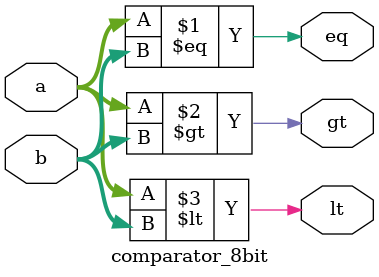
<source format=v>
module comparator_8bit (input [7:0] a, b, output eq, gt, lt); assign eq = (a == b); assign gt = (a > b); assign lt = (a < b); endmodule

</source>
